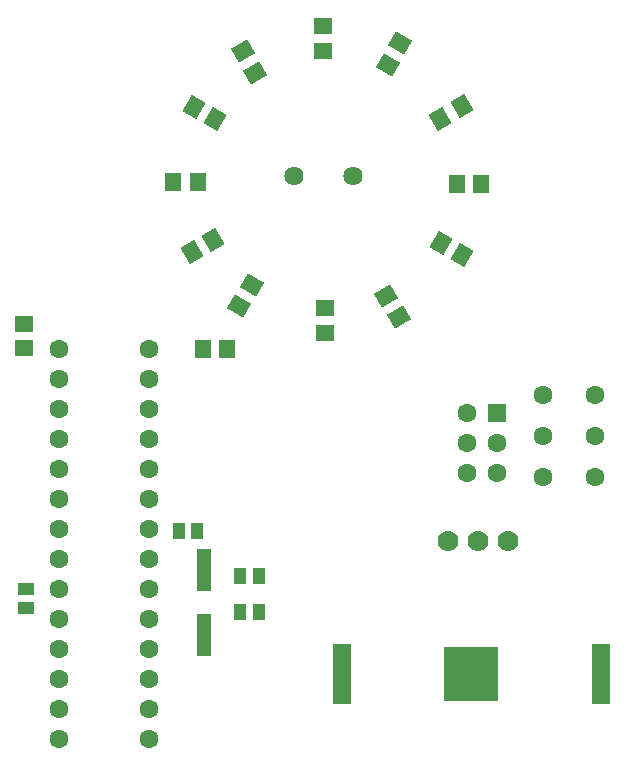
<source format=gbs>
G04*
G04 #@! TF.GenerationSoftware,Altium Limited,Altium Designer,20.1.12 (249)*
G04*
G04 Layer_Color=16711935*
%FSLAX24Y24*%
%MOIN*%
G70*
G04*
G04 #@! TF.SameCoordinates,DAD24410-91DF-4A67-85F9-AF8FF7B2878C*
G04*
G04*
G04 #@! TF.FilePolarity,Negative*
G04*
G01*
G75*
%ADD26C,0.0631*%
%ADD27C,0.0640*%
%ADD28C,0.0700*%
%ADD29R,0.0631X0.0631*%
%ADD48R,0.0532X0.0631*%
%ADD49R,0.0631X0.0532*%
G04:AMPARAMS|DCode=50|XSize=63.1mil|YSize=53.2mil|CornerRadius=0mil|HoleSize=0mil|Usage=FLASHONLY|Rotation=150.000|XOffset=0mil|YOffset=0mil|HoleType=Round|Shape=Rectangle|*
%AMROTATEDRECTD50*
4,1,4,0.0406,0.0073,0.0140,-0.0388,-0.0406,-0.0073,-0.0140,0.0388,0.0406,0.0073,0.0*
%
%ADD50ROTATEDRECTD50*%

G04:AMPARAMS|DCode=51|XSize=63.1mil|YSize=53.2mil|CornerRadius=0mil|HoleSize=0mil|Usage=FLASHONLY|Rotation=120.000|XOffset=0mil|YOffset=0mil|HoleType=Round|Shape=Rectangle|*
%AMROTATEDRECTD51*
4,1,4,0.0388,-0.0140,-0.0073,-0.0406,-0.0388,0.0140,0.0073,0.0406,0.0388,-0.0140,0.0*
%
%ADD51ROTATEDRECTD51*%

G04:AMPARAMS|DCode=52|XSize=63.1mil|YSize=53.2mil|CornerRadius=0mil|HoleSize=0mil|Usage=FLASHONLY|Rotation=60.000|XOffset=0mil|YOffset=0mil|HoleType=Round|Shape=Rectangle|*
%AMROTATEDRECTD52*
4,1,4,0.0073,-0.0406,-0.0388,-0.0140,-0.0073,0.0406,0.0388,0.0140,0.0073,-0.0406,0.0*
%
%ADD52ROTATEDRECTD52*%

G04:AMPARAMS|DCode=53|XSize=63.1mil|YSize=53.2mil|CornerRadius=0mil|HoleSize=0mil|Usage=FLASHONLY|Rotation=30.000|XOffset=0mil|YOffset=0mil|HoleType=Round|Shape=Rectangle|*
%AMROTATEDRECTD53*
4,1,4,-0.0140,-0.0388,-0.0406,0.0073,0.0140,0.0388,0.0406,-0.0073,-0.0140,-0.0388,0.0*
%
%ADD53ROTATEDRECTD53*%

%ADD54R,0.0414X0.0572*%
%ADD55R,0.0572X0.0414*%
%ADD56R,0.1812X0.1812*%
%ADD57R,0.0631X0.2048*%
%ADD58R,0.0512X0.1418*%
D26*
X19570Y10080D02*
D03*
X17860Y12820D02*
D03*
Y11450D02*
D03*
Y10080D02*
D03*
X19570Y11450D02*
D03*
Y12820D02*
D03*
X1730Y14350D02*
D03*
Y13350D02*
D03*
Y11350D02*
D03*
Y12350D02*
D03*
Y8350D02*
D03*
Y7350D02*
D03*
Y9350D02*
D03*
Y10350D02*
D03*
Y2350D02*
D03*
Y1350D02*
D03*
Y4350D02*
D03*
Y3350D02*
D03*
Y5350D02*
D03*
Y6350D02*
D03*
X4730D02*
D03*
Y5350D02*
D03*
Y3350D02*
D03*
Y4350D02*
D03*
Y1350D02*
D03*
Y2350D02*
D03*
Y10350D02*
D03*
Y9350D02*
D03*
Y7350D02*
D03*
Y8350D02*
D03*
Y12350D02*
D03*
Y11350D02*
D03*
Y13350D02*
D03*
Y14350D02*
D03*
X16300Y11240D02*
D03*
X15300D02*
D03*
X16300Y10240D02*
D03*
X15300Y12240D02*
D03*
Y10240D02*
D03*
D27*
X9560Y20140D02*
D03*
X11529D02*
D03*
D28*
X15690Y7970D02*
D03*
X14690D02*
D03*
X16690D02*
D03*
D29*
X16300Y12240D02*
D03*
D48*
X7331Y14350D02*
D03*
X6505D02*
D03*
X15793Y19850D02*
D03*
X14967D02*
D03*
X5517Y19910D02*
D03*
X6343D02*
D03*
D49*
X560Y14377D02*
D03*
Y15203D02*
D03*
X10590Y14897D02*
D03*
Y15723D02*
D03*
X10530Y25123D02*
D03*
Y24297D02*
D03*
D50*
X13097Y24548D02*
D03*
X12683Y23832D02*
D03*
X7723Y15782D02*
D03*
X8137Y16498D02*
D03*
D51*
X15138Y22447D02*
D03*
X14422Y22033D02*
D03*
X6142Y17583D02*
D03*
X6858Y17997D02*
D03*
D52*
X15158Y17483D02*
D03*
X14442Y17897D02*
D03*
X6202Y22437D02*
D03*
X6918Y22023D02*
D03*
D53*
X13037Y15412D02*
D03*
X12623Y16128D02*
D03*
X7843Y24288D02*
D03*
X8257Y23572D02*
D03*
D54*
X6330Y8290D02*
D03*
X5700D02*
D03*
X8385Y6790D02*
D03*
X7755D02*
D03*
X8385Y5590D02*
D03*
X7755D02*
D03*
D55*
X610Y5735D02*
D03*
Y6365D02*
D03*
D56*
X15460Y3540D02*
D03*
D57*
X11149D02*
D03*
X19771D02*
D03*
D58*
X6550Y4827D02*
D03*
Y6993D02*
D03*
M02*

</source>
